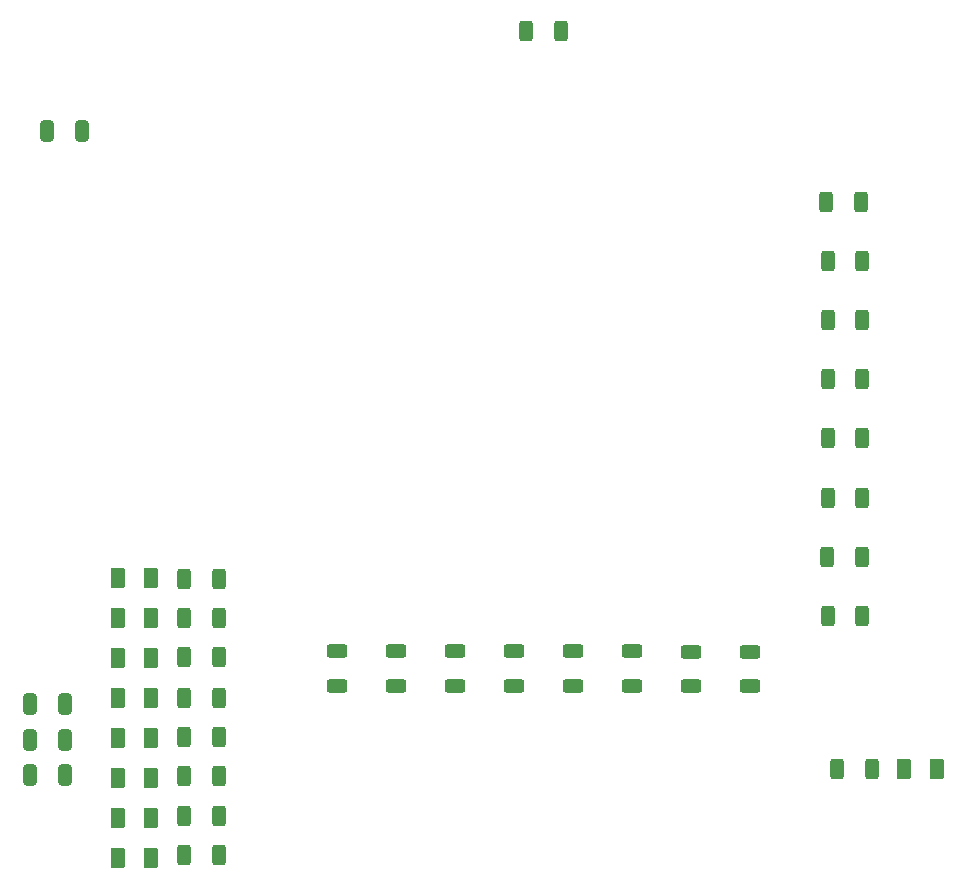
<source format=gbr>
%TF.GenerationSoftware,KiCad,Pcbnew,9.0.4-1.fc42*%
%TF.CreationDate,2025-10-01T21:15:53+08:00*%
%TF.ProjectId,lan_outlet,6c616e5f-6f75-4746-9c65-742e6b696361,rev?*%
%TF.SameCoordinates,Original*%
%TF.FileFunction,Paste,Top*%
%TF.FilePolarity,Positive*%
%FSLAX46Y46*%
G04 Gerber Fmt 4.6, Leading zero omitted, Abs format (unit mm)*
G04 Created by KiCad (PCBNEW 9.0.4-1.fc42) date 2025-10-01 21:15:53*
%MOMM*%
%LPD*%
G01*
G04 APERTURE LIST*
G04 Aperture macros list*
%AMRoundRect*
0 Rectangle with rounded corners*
0 $1 Rounding radius*
0 $2 $3 $4 $5 $6 $7 $8 $9 X,Y pos of 4 corners*
0 Add a 4 corners polygon primitive as box body*
4,1,4,$2,$3,$4,$5,$6,$7,$8,$9,$2,$3,0*
0 Add four circle primitives for the rounded corners*
1,1,$1+$1,$2,$3*
1,1,$1+$1,$4,$5*
1,1,$1+$1,$6,$7*
1,1,$1+$1,$8,$9*
0 Add four rect primitives between the rounded corners*
20,1,$1+$1,$2,$3,$4,$5,0*
20,1,$1+$1,$4,$5,$6,$7,0*
20,1,$1+$1,$6,$7,$8,$9,0*
20,1,$1+$1,$8,$9,$2,$3,0*%
G04 Aperture macros list end*
%ADD10RoundRect,0.250000X0.375000X0.625000X-0.375000X0.625000X-0.375000X-0.625000X0.375000X-0.625000X0*%
%ADD11RoundRect,0.250000X-0.312500X-0.625000X0.312500X-0.625000X0.312500X0.625000X-0.312500X0.625000X0*%
%ADD12RoundRect,0.250000X-0.325000X-0.650000X0.325000X-0.650000X0.325000X0.650000X-0.325000X0.650000X0*%
%ADD13RoundRect,0.250000X0.312500X0.625000X-0.312500X0.625000X-0.312500X-0.625000X0.312500X-0.625000X0*%
%ADD14RoundRect,0.250000X-0.625000X0.312500X-0.625000X-0.312500X0.625000X-0.312500X0.625000X0.312500X0*%
%ADD15RoundRect,0.250000X-0.375000X-0.625000X0.375000X-0.625000X0.375000X0.625000X-0.375000X0.625000X0*%
%ADD16RoundRect,0.250000X0.325000X0.650000X-0.325000X0.650000X-0.325000X-0.650000X0.325000X-0.650000X0*%
G04 APERTURE END LIST*
D10*
%TO.C,D3*%
X172000000Y-126000000D03*
X174800000Y-126000000D03*
%TD*%
D11*
%TO.C,R2*%
X169300000Y-126000000D03*
X166375000Y-126000000D03*
%TD*%
D12*
%TO.C,C4*%
X100975000Y-123500000D03*
X98025000Y-123500000D03*
%TD*%
%TO.C,C3*%
X100975000Y-120500000D03*
X98025000Y-120500000D03*
%TD*%
%TO.C,C5*%
X100975000Y-126500000D03*
X98025000Y-126500000D03*
%TD*%
D13*
%TO.C,R10*%
X114000000Y-133240000D03*
X111075000Y-133240000D03*
%TD*%
%TO.C,R9*%
X114000000Y-129930000D03*
X111075000Y-129930000D03*
%TD*%
%TO.C,R8*%
X114000000Y-126620000D03*
X111075000Y-126620000D03*
%TD*%
%TO.C,R7*%
X114000000Y-123310000D03*
X111075000Y-123310000D03*
%TD*%
%TO.C,R6*%
X114000000Y-120000000D03*
X111075000Y-120000000D03*
%TD*%
%TO.C,R5*%
X114000000Y-116500000D03*
X111075000Y-116500000D03*
%TD*%
%TO.C,R4*%
X114000000Y-113190000D03*
X111075000Y-113190000D03*
%TD*%
%TO.C,R3*%
X114000000Y-109880000D03*
X111075000Y-109880000D03*
%TD*%
D11*
%TO.C,R1*%
X140037500Y-63500000D03*
X142962500Y-63500000D03*
%TD*%
%TO.C,F16*%
X165575000Y-113000000D03*
X168500000Y-113000000D03*
%TD*%
%TO.C,F15*%
X165537500Y-108000000D03*
X168462500Y-108000000D03*
%TD*%
%TO.C,F14*%
X165575000Y-103000000D03*
X168500000Y-103000000D03*
%TD*%
%TO.C,F13*%
X165575000Y-98000000D03*
X168500000Y-98000000D03*
%TD*%
%TO.C,F12*%
X165575000Y-93000000D03*
X168500000Y-93000000D03*
%TD*%
%TO.C,F11*%
X165575000Y-88000000D03*
X168500000Y-88000000D03*
%TD*%
%TO.C,F10*%
X165575000Y-83000000D03*
X168500000Y-83000000D03*
%TD*%
%TO.C,F9*%
X165441770Y-77944009D03*
X168366770Y-77944009D03*
%TD*%
D14*
%TO.C,F8*%
X124000000Y-116037500D03*
X124000000Y-118962500D03*
%TD*%
%TO.C,F7*%
X129000000Y-116037500D03*
X129000000Y-118962500D03*
%TD*%
%TO.C,F6*%
X134000000Y-116037500D03*
X134000000Y-118962500D03*
%TD*%
%TO.C,F5*%
X139000000Y-116037500D03*
X139000000Y-118962500D03*
%TD*%
%TO.C,F4*%
X144000000Y-116000000D03*
X144000000Y-118925000D03*
%TD*%
%TO.C,F3*%
X149000000Y-116037500D03*
X149000000Y-118962500D03*
%TD*%
%TO.C,F2*%
X154000000Y-116075000D03*
X154000000Y-119000000D03*
%TD*%
%TO.C,F1*%
X159000000Y-116075000D03*
X159000000Y-119000000D03*
%TD*%
D15*
%TO.C,D11*%
X105500000Y-133560000D03*
X108300000Y-133560000D03*
%TD*%
%TO.C,D10*%
X105500000Y-130170000D03*
X108300000Y-130170000D03*
%TD*%
%TO.C,D9*%
X105500000Y-126780000D03*
X108300000Y-126780000D03*
%TD*%
%TO.C,D8*%
X105500000Y-123390000D03*
X108300000Y-123390000D03*
%TD*%
%TO.C,D7*%
X105500000Y-120000000D03*
X108300000Y-120000000D03*
%TD*%
%TO.C,D6*%
X105500000Y-116610000D03*
X108300000Y-116610000D03*
%TD*%
%TO.C,D5*%
X105500000Y-113220000D03*
X108300000Y-113220000D03*
%TD*%
%TO.C,D4*%
X105500000Y-109830000D03*
X108300000Y-109830000D03*
%TD*%
D16*
%TO.C,C1*%
X102450000Y-72000000D03*
X99500000Y-72000000D03*
%TD*%
M02*

</source>
